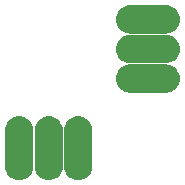
<source format=gbr>
G04 #@! TF.GenerationSoftware,KiCad,Pcbnew,(2017-05-31 revision c0bb8a30c)-makepkg*
G04 #@! TF.CreationDate,2017-07-13T16:13:42-05:00*
G04 #@! TF.ProjectId,45 Neo,3435204E656F2E6B696361645F706362,rev?*
G04 #@! TF.FileFunction,Soldermask,Bot*
G04 #@! TF.FilePolarity,Negative*
%FSLAX46Y46*%
G04 Gerber Fmt 4.6, Leading zero omitted, Abs format (unit mm)*
G04 Created by KiCad (PCBNEW (2017-05-31 revision c0bb8a30c)-makepkg) date 07/13/17 16:13:42*
%MOMM*%
%LPD*%
G01*
G04 APERTURE LIST*
%ADD10C,0.100000*%
%ADD11C,2.400000*%
G04 APERTURE END LIST*
D10*
G36*
X165017621Y-6305777D02*
X165134108Y-6323057D01*
X165248342Y-6351671D01*
X165359220Y-6391344D01*
X165465676Y-6441693D01*
X165566684Y-6502235D01*
X165661272Y-6572386D01*
X165748528Y-6651471D01*
X165827613Y-6738727D01*
X165897764Y-6833315D01*
X165958306Y-6934323D01*
X166008655Y-7040779D01*
X166048328Y-7151657D01*
X166076942Y-7265891D01*
X166094222Y-7382378D01*
X166100000Y-7499999D01*
X166100000Y-7500001D01*
X166094222Y-7617622D01*
X166076942Y-7734109D01*
X166048328Y-7848343D01*
X166008655Y-7959221D01*
X165958306Y-8065677D01*
X165897764Y-8166685D01*
X165827613Y-8261273D01*
X165748528Y-8348529D01*
X165661272Y-8427614D01*
X165566684Y-8497765D01*
X165465676Y-8558307D01*
X165359220Y-8608656D01*
X165248342Y-8648329D01*
X165134108Y-8676943D01*
X165017621Y-8694223D01*
X164900000Y-8700001D01*
X161900000Y-8700001D01*
X161782379Y-8694223D01*
X161665892Y-8676943D01*
X161551658Y-8648329D01*
X161440780Y-8608656D01*
X161334324Y-8558307D01*
X161233316Y-8497765D01*
X161138728Y-8427614D01*
X161051472Y-8348529D01*
X160972387Y-8261273D01*
X160902236Y-8166685D01*
X160841694Y-8065677D01*
X160791345Y-7959221D01*
X160751672Y-7848343D01*
X160723058Y-7734109D01*
X160705778Y-7617622D01*
X160700000Y-7500001D01*
X160700000Y-7499999D01*
X160705778Y-7382378D01*
X160723058Y-7265891D01*
X160751672Y-7151657D01*
X160791345Y-7040779D01*
X160841694Y-6934323D01*
X160902236Y-6833315D01*
X160972387Y-6738727D01*
X161051472Y-6651471D01*
X161138728Y-6572386D01*
X161233316Y-6502235D01*
X161334324Y-6441693D01*
X161440780Y-6391344D01*
X161551658Y-6351671D01*
X161665892Y-6323057D01*
X161782379Y-6305777D01*
X161900000Y-6299999D01*
X164900000Y-6299999D01*
X165017621Y-6305777D01*
X165017621Y-6305777D01*
G37*
D11*
X163400000Y-7500000D03*
D10*
G36*
X165017621Y-3805777D02*
X165134108Y-3823057D01*
X165248342Y-3851671D01*
X165359220Y-3891344D01*
X165465676Y-3941693D01*
X165566684Y-4002235D01*
X165661272Y-4072386D01*
X165748528Y-4151471D01*
X165827613Y-4238727D01*
X165897764Y-4333315D01*
X165958306Y-4434323D01*
X166008655Y-4540779D01*
X166048328Y-4651657D01*
X166076942Y-4765891D01*
X166094222Y-4882378D01*
X166100000Y-4999999D01*
X166100000Y-5000001D01*
X166094222Y-5117622D01*
X166076942Y-5234109D01*
X166048328Y-5348343D01*
X166008655Y-5459221D01*
X165958306Y-5565677D01*
X165897764Y-5666685D01*
X165827613Y-5761273D01*
X165748528Y-5848529D01*
X165661272Y-5927614D01*
X165566684Y-5997765D01*
X165465676Y-6058307D01*
X165359220Y-6108656D01*
X165248342Y-6148329D01*
X165134108Y-6176943D01*
X165017621Y-6194223D01*
X164900000Y-6200001D01*
X161900000Y-6200001D01*
X161782379Y-6194223D01*
X161665892Y-6176943D01*
X161551658Y-6148329D01*
X161440780Y-6108656D01*
X161334324Y-6058307D01*
X161233316Y-5997765D01*
X161138728Y-5927614D01*
X161051472Y-5848529D01*
X160972387Y-5761273D01*
X160902236Y-5666685D01*
X160841694Y-5565677D01*
X160791345Y-5459221D01*
X160751672Y-5348343D01*
X160723058Y-5234109D01*
X160705778Y-5117622D01*
X160700000Y-5000001D01*
X160700000Y-4999999D01*
X160705778Y-4882378D01*
X160723058Y-4765891D01*
X160751672Y-4651657D01*
X160791345Y-4540779D01*
X160841694Y-4434323D01*
X160902236Y-4333315D01*
X160972387Y-4238727D01*
X161051472Y-4151471D01*
X161138728Y-4072386D01*
X161233316Y-4002235D01*
X161334324Y-3941693D01*
X161440780Y-3891344D01*
X161551658Y-3851671D01*
X161665892Y-3823057D01*
X161782379Y-3805777D01*
X161900000Y-3799999D01*
X164900000Y-3799999D01*
X165017621Y-3805777D01*
X165017621Y-3805777D01*
G37*
D11*
X163400000Y-5000000D03*
D10*
G36*
X165017621Y-1305777D02*
X165134108Y-1323057D01*
X165248342Y-1351671D01*
X165359220Y-1391344D01*
X165465676Y-1441693D01*
X165566684Y-1502235D01*
X165661272Y-1572386D01*
X165748528Y-1651471D01*
X165827613Y-1738727D01*
X165897764Y-1833315D01*
X165958306Y-1934323D01*
X166008655Y-2040779D01*
X166048328Y-2151657D01*
X166076942Y-2265891D01*
X166094222Y-2382378D01*
X166100000Y-2499999D01*
X166100000Y-2500001D01*
X166094222Y-2617622D01*
X166076942Y-2734109D01*
X166048328Y-2848343D01*
X166008655Y-2959221D01*
X165958306Y-3065677D01*
X165897764Y-3166685D01*
X165827613Y-3261273D01*
X165748528Y-3348529D01*
X165661272Y-3427614D01*
X165566684Y-3497765D01*
X165465676Y-3558307D01*
X165359220Y-3608656D01*
X165248342Y-3648329D01*
X165134108Y-3676943D01*
X165017621Y-3694223D01*
X164900000Y-3700001D01*
X161900000Y-3700001D01*
X161782379Y-3694223D01*
X161665892Y-3676943D01*
X161551658Y-3648329D01*
X161440780Y-3608656D01*
X161334324Y-3558307D01*
X161233316Y-3497765D01*
X161138728Y-3427614D01*
X161051472Y-3348529D01*
X160972387Y-3261273D01*
X160902236Y-3166685D01*
X160841694Y-3065677D01*
X160791345Y-2959221D01*
X160751672Y-2848343D01*
X160723058Y-2734109D01*
X160705778Y-2617622D01*
X160700000Y-2500001D01*
X160700000Y-2499999D01*
X160705778Y-2382378D01*
X160723058Y-2265891D01*
X160751672Y-2151657D01*
X160791345Y-2040779D01*
X160841694Y-1934323D01*
X160902236Y-1833315D01*
X160972387Y-1738727D01*
X161051472Y-1651471D01*
X161138728Y-1572386D01*
X161233316Y-1502235D01*
X161334324Y-1441693D01*
X161440780Y-1391344D01*
X161551658Y-1351671D01*
X161665892Y-1323057D01*
X161782379Y-1305777D01*
X161900000Y-1299999D01*
X164900000Y-1299999D01*
X165017621Y-1305777D01*
X165017621Y-1305777D01*
G37*
D11*
X163400000Y-2500000D03*
D10*
G36*
X157617622Y-10705778D02*
X157734109Y-10723058D01*
X157848343Y-10751672D01*
X157959221Y-10791345D01*
X158065677Y-10841694D01*
X158166685Y-10902236D01*
X158261273Y-10972387D01*
X158348529Y-11051472D01*
X158427614Y-11138728D01*
X158497765Y-11233316D01*
X158558307Y-11334324D01*
X158608656Y-11440780D01*
X158648329Y-11551658D01*
X158676943Y-11665892D01*
X158694223Y-11782379D01*
X158700001Y-11900000D01*
X158700001Y-14900000D01*
X158694223Y-15017621D01*
X158676943Y-15134108D01*
X158648329Y-15248342D01*
X158608656Y-15359220D01*
X158558307Y-15465676D01*
X158497765Y-15566684D01*
X158427614Y-15661272D01*
X158348529Y-15748528D01*
X158261273Y-15827613D01*
X158166685Y-15897764D01*
X158065677Y-15958306D01*
X157959221Y-16008655D01*
X157848343Y-16048328D01*
X157734109Y-16076942D01*
X157617622Y-16094222D01*
X157500001Y-16100000D01*
X157499999Y-16100000D01*
X157382378Y-16094222D01*
X157265891Y-16076942D01*
X157151657Y-16048328D01*
X157040779Y-16008655D01*
X156934323Y-15958306D01*
X156833315Y-15897764D01*
X156738727Y-15827613D01*
X156651471Y-15748528D01*
X156572386Y-15661272D01*
X156502235Y-15566684D01*
X156441693Y-15465676D01*
X156391344Y-15359220D01*
X156351671Y-15248342D01*
X156323057Y-15134108D01*
X156305777Y-15017621D01*
X156299999Y-14900000D01*
X156299999Y-11900000D01*
X156305777Y-11782379D01*
X156323057Y-11665892D01*
X156351671Y-11551658D01*
X156391344Y-11440780D01*
X156441693Y-11334324D01*
X156502235Y-11233316D01*
X156572386Y-11138728D01*
X156651471Y-11051472D01*
X156738727Y-10972387D01*
X156833315Y-10902236D01*
X156934323Y-10841694D01*
X157040779Y-10791345D01*
X157151657Y-10751672D01*
X157265891Y-10723058D01*
X157382378Y-10705778D01*
X157499999Y-10700000D01*
X157500001Y-10700000D01*
X157617622Y-10705778D01*
X157617622Y-10705778D01*
G37*
D11*
X157500000Y-13400000D03*
D10*
G36*
X155117622Y-10705778D02*
X155234109Y-10723058D01*
X155348343Y-10751672D01*
X155459221Y-10791345D01*
X155565677Y-10841694D01*
X155666685Y-10902236D01*
X155761273Y-10972387D01*
X155848529Y-11051472D01*
X155927614Y-11138728D01*
X155997765Y-11233316D01*
X156058307Y-11334324D01*
X156108656Y-11440780D01*
X156148329Y-11551658D01*
X156176943Y-11665892D01*
X156194223Y-11782379D01*
X156200001Y-11900000D01*
X156200001Y-14900000D01*
X156194223Y-15017621D01*
X156176943Y-15134108D01*
X156148329Y-15248342D01*
X156108656Y-15359220D01*
X156058307Y-15465676D01*
X155997765Y-15566684D01*
X155927614Y-15661272D01*
X155848529Y-15748528D01*
X155761273Y-15827613D01*
X155666685Y-15897764D01*
X155565677Y-15958306D01*
X155459221Y-16008655D01*
X155348343Y-16048328D01*
X155234109Y-16076942D01*
X155117622Y-16094222D01*
X155000001Y-16100000D01*
X154999999Y-16100000D01*
X154882378Y-16094222D01*
X154765891Y-16076942D01*
X154651657Y-16048328D01*
X154540779Y-16008655D01*
X154434323Y-15958306D01*
X154333315Y-15897764D01*
X154238727Y-15827613D01*
X154151471Y-15748528D01*
X154072386Y-15661272D01*
X154002235Y-15566684D01*
X153941693Y-15465676D01*
X153891344Y-15359220D01*
X153851671Y-15248342D01*
X153823057Y-15134108D01*
X153805777Y-15017621D01*
X153799999Y-14900000D01*
X153799999Y-11900000D01*
X153805777Y-11782379D01*
X153823057Y-11665892D01*
X153851671Y-11551658D01*
X153891344Y-11440780D01*
X153941693Y-11334324D01*
X154002235Y-11233316D01*
X154072386Y-11138728D01*
X154151471Y-11051472D01*
X154238727Y-10972387D01*
X154333315Y-10902236D01*
X154434323Y-10841694D01*
X154540779Y-10791345D01*
X154651657Y-10751672D01*
X154765891Y-10723058D01*
X154882378Y-10705778D01*
X154999999Y-10700000D01*
X155000001Y-10700000D01*
X155117622Y-10705778D01*
X155117622Y-10705778D01*
G37*
D11*
X155000000Y-13400000D03*
D10*
G36*
X152617622Y-10705778D02*
X152734109Y-10723058D01*
X152848343Y-10751672D01*
X152959221Y-10791345D01*
X153065677Y-10841694D01*
X153166685Y-10902236D01*
X153261273Y-10972387D01*
X153348529Y-11051472D01*
X153427614Y-11138728D01*
X153497765Y-11233316D01*
X153558307Y-11334324D01*
X153608656Y-11440780D01*
X153648329Y-11551658D01*
X153676943Y-11665892D01*
X153694223Y-11782379D01*
X153700001Y-11900000D01*
X153700001Y-14900000D01*
X153694223Y-15017621D01*
X153676943Y-15134108D01*
X153648329Y-15248342D01*
X153608656Y-15359220D01*
X153558307Y-15465676D01*
X153497765Y-15566684D01*
X153427614Y-15661272D01*
X153348529Y-15748528D01*
X153261273Y-15827613D01*
X153166685Y-15897764D01*
X153065677Y-15958306D01*
X152959221Y-16008655D01*
X152848343Y-16048328D01*
X152734109Y-16076942D01*
X152617622Y-16094222D01*
X152500001Y-16100000D01*
X152499999Y-16100000D01*
X152382378Y-16094222D01*
X152265891Y-16076942D01*
X152151657Y-16048328D01*
X152040779Y-16008655D01*
X151934323Y-15958306D01*
X151833315Y-15897764D01*
X151738727Y-15827613D01*
X151651471Y-15748528D01*
X151572386Y-15661272D01*
X151502235Y-15566684D01*
X151441693Y-15465676D01*
X151391344Y-15359220D01*
X151351671Y-15248342D01*
X151323057Y-15134108D01*
X151305777Y-15017621D01*
X151299999Y-14900000D01*
X151299999Y-11900000D01*
X151305777Y-11782379D01*
X151323057Y-11665892D01*
X151351671Y-11551658D01*
X151391344Y-11440780D01*
X151441693Y-11334324D01*
X151502235Y-11233316D01*
X151572386Y-11138728D01*
X151651471Y-11051472D01*
X151738727Y-10972387D01*
X151833315Y-10902236D01*
X151934323Y-10841694D01*
X152040779Y-10791345D01*
X152151657Y-10751672D01*
X152265891Y-10723058D01*
X152382378Y-10705778D01*
X152499999Y-10700000D01*
X152500001Y-10700000D01*
X152617622Y-10705778D01*
X152617622Y-10705778D01*
G37*
D11*
X152500000Y-13400000D03*
M02*

</source>
